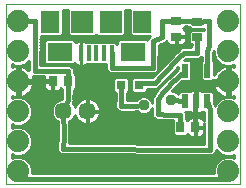
<source format=gtl>
G75*
%MOIN*%
%OFA0B0*%
%FSLAX24Y24*%
%IPPOS*%
%LPD*%
%AMOC8*
5,1,8,0,0,1.08239X$1,22.5*
%
%ADD10C,0.0000*%
%ADD11C,0.0740*%
%ADD12C,0.0570*%
%ADD13R,0.0315X0.0315*%
%ADD14R,0.0354X0.0276*%
%ADD15R,0.0217X0.0472*%
%ADD16R,0.0276X0.0354*%
%ADD17R,0.0827X0.0630*%
%ADD18R,0.0157X0.0531*%
%ADD19R,0.0748X0.0748*%
%ADD20R,0.0630X0.0748*%
%ADD21C,0.0100*%
%ADD22C,0.0160*%
%ADD23C,0.0376*%
D10*
X000973Y001410D02*
X000973Y007390D01*
X008782Y007398D01*
X008782Y001410D01*
X000973Y001410D01*
D11*
X001378Y001811D03*
X001378Y002811D03*
X001378Y003811D03*
X001378Y004811D03*
X001378Y005811D03*
X001378Y006811D03*
X008378Y006811D03*
X008378Y005811D03*
X008378Y004811D03*
X008378Y003811D03*
X008378Y002811D03*
X008378Y001811D03*
D12*
X003681Y003823D03*
X002894Y003823D03*
D13*
X004815Y004685D03*
X005406Y004685D03*
D14*
X006654Y006307D03*
X006654Y006819D03*
X007355Y006804D03*
X007355Y006292D03*
D15*
X007689Y005170D03*
X006941Y005170D03*
X006941Y004146D03*
X007315Y004146D03*
X007689Y004146D03*
D16*
X007292Y003288D03*
X006780Y003288D03*
X003048Y004815D03*
X002536Y004815D03*
D17*
X002768Y005804D03*
X005209Y005804D03*
D18*
X004500Y005754D03*
X004244Y005754D03*
X003989Y005754D03*
X003733Y005754D03*
X003477Y005754D03*
D19*
X003516Y006807D03*
X004461Y006807D03*
D20*
X005524Y006807D03*
X002453Y006807D03*
D21*
X002878Y006826D02*
X003032Y006826D01*
X003032Y006728D02*
X002878Y006728D01*
X002878Y006629D02*
X003032Y006629D01*
X003032Y006531D02*
X002878Y006531D01*
X002878Y006432D02*
X003032Y006432D01*
X003032Y006388D02*
X003097Y006323D01*
X003936Y006323D01*
X003989Y006376D01*
X004041Y006323D01*
X004881Y006323D01*
X004945Y006388D01*
X004945Y007194D01*
X005099Y007194D01*
X005099Y006388D01*
X005163Y006323D01*
X005780Y006323D01*
X005770Y006314D01*
X005729Y006295D01*
X005716Y006261D01*
X005690Y006236D01*
X005689Y006207D01*
X005668Y006229D01*
X004750Y006229D01*
X004686Y006164D01*
X004686Y006069D01*
X004625Y006130D01*
X004376Y006130D01*
X004372Y006126D01*
X004369Y006130D01*
X004120Y006130D01*
X004117Y006126D01*
X004113Y006130D01*
X003864Y006130D01*
X003861Y006126D01*
X003857Y006130D01*
X003658Y006130D01*
X003648Y006140D01*
X003613Y006160D01*
X003575Y006170D01*
X003477Y006170D01*
X003477Y005754D01*
X003477Y005339D01*
X003575Y005339D01*
X003613Y005349D01*
X004314Y005349D01*
X004313Y005379D02*
X004314Y005271D01*
X004314Y005193D01*
X004315Y005193D01*
X004315Y005192D01*
X004371Y005137D01*
X004426Y005082D01*
X004427Y005082D01*
X004427Y005081D01*
X004505Y005082D01*
X005861Y005082D01*
X005938Y005081D01*
X005939Y005082D01*
X005941Y005082D01*
X005996Y005137D01*
X006051Y005190D01*
X006051Y005192D01*
X006053Y005193D01*
X006053Y005270D01*
X006066Y006030D01*
X006235Y006106D01*
X006275Y006107D01*
X006304Y006137D01*
X006330Y006137D01*
X006327Y006148D02*
X006337Y006112D01*
X006357Y006078D01*
X006385Y006050D01*
X006419Y006030D01*
X006457Y006020D01*
X006635Y006020D01*
X006635Y006289D01*
X006673Y006289D01*
X006673Y006326D01*
X006981Y006326D01*
X006981Y006465D01*
X006971Y006503D01*
X006951Y006537D01*
X006923Y006565D01*
X006890Y006585D01*
X006941Y006636D01*
X006941Y006645D01*
X006943Y006645D01*
X007068Y006635D01*
X007068Y006620D01*
X007132Y006556D01*
X007562Y006556D01*
X007562Y006540D01*
X007132Y006540D01*
X007068Y006475D01*
X007068Y006108D01*
X007132Y006044D01*
X007161Y006044D01*
X007160Y005946D01*
X006899Y005946D01*
X006822Y005947D01*
X006821Y005946D01*
X006819Y005946D01*
X006765Y005892D01*
X006677Y005806D01*
X006672Y005806D01*
X006621Y005752D01*
X006567Y005700D01*
X006567Y005695D01*
X006053Y005149D01*
X005856Y004954D01*
X005475Y004954D01*
X005471Y004958D01*
X005397Y004954D01*
X005323Y004954D01*
X005322Y004953D01*
X005203Y004953D01*
X005138Y004888D01*
X005138Y004482D01*
X005203Y004418D01*
X005609Y004418D01*
X005673Y004482D01*
X005673Y004574D01*
X005933Y004574D01*
X006011Y004574D01*
X006012Y004574D01*
X006067Y004629D01*
X006270Y004828D01*
X006274Y004829D01*
X006325Y004883D01*
X006379Y004936D01*
X006379Y004940D01*
X006723Y005306D01*
X006723Y005228D01*
X006404Y004940D01*
X006395Y004939D01*
X006347Y004888D01*
X006295Y004840D01*
X006294Y004831D01*
X006241Y004773D01*
X006119Y004648D01*
X006100Y004645D01*
X006065Y004594D01*
X006022Y004549D01*
X006022Y004530D01*
X005896Y004346D01*
X005853Y004302D01*
X005853Y004283D01*
X005842Y004267D01*
X005854Y004206D01*
X005855Y004101D01*
X005820Y004185D01*
X005736Y004269D01*
X005627Y004314D01*
X005508Y004314D01*
X005398Y004269D01*
X005323Y004193D01*
X005205Y004187D01*
X005010Y004188D01*
X005009Y004236D01*
X005011Y004312D01*
X005009Y004314D01*
X005008Y004418D01*
X005018Y004418D01*
X005083Y004482D01*
X005083Y004888D01*
X005018Y004953D01*
X004612Y004953D01*
X004548Y004888D01*
X004548Y004482D01*
X004612Y004418D01*
X004628Y004418D01*
X004629Y004237D01*
X004627Y004082D01*
X004626Y004081D01*
X004625Y004003D01*
X004624Y003925D01*
X004625Y003924D01*
X004625Y003924D01*
X004679Y003868D01*
X004733Y003812D01*
X004734Y003812D01*
X004735Y003811D01*
X004813Y003810D01*
X004891Y003809D01*
X004891Y003810D01*
X005136Y003807D01*
X005141Y003802D01*
X005213Y003806D01*
X005286Y003806D01*
X005291Y003811D01*
X005348Y003814D01*
X005398Y003763D01*
X005508Y003718D01*
X005627Y003718D01*
X005736Y003763D01*
X005820Y003847D01*
X005856Y003934D01*
X005858Y003723D01*
X005855Y003649D01*
X005858Y003645D01*
X005858Y003641D01*
X005911Y003588D01*
X005962Y003534D01*
X005967Y003534D01*
X005970Y003530D01*
X006045Y003531D01*
X006305Y003522D01*
X006308Y003519D01*
X006383Y003519D01*
X006458Y003516D01*
X006461Y003519D01*
X006541Y003519D01*
X006532Y003511D01*
X006532Y003065D01*
X006597Y003001D01*
X006963Y003001D01*
X007015Y003052D01*
X007034Y003019D01*
X007062Y002991D01*
X007096Y002971D01*
X007134Y002961D01*
X007273Y002961D01*
X007273Y003269D01*
X007311Y003269D01*
X007311Y003307D01*
X007580Y003307D01*
X007580Y003430D01*
X007588Y002731D01*
X003071Y002764D01*
X003082Y002916D01*
X003088Y002923D01*
X003088Y002994D01*
X003093Y003065D01*
X003088Y003071D01*
X003086Y003475D01*
X003118Y003488D01*
X003229Y003599D01*
X003267Y003691D01*
X003278Y003656D01*
X003309Y003595D01*
X003350Y003540D01*
X003398Y003491D01*
X003454Y003451D01*
X003515Y003420D01*
X003580Y003399D01*
X003647Y003388D01*
X003663Y003388D01*
X003663Y003804D01*
X003700Y003804D01*
X003700Y003388D01*
X003716Y003388D01*
X003783Y003399D01*
X003848Y003420D01*
X003909Y003451D01*
X003965Y003491D01*
X004013Y003540D01*
X004054Y003595D01*
X004085Y003656D01*
X004106Y003721D01*
X004116Y003789D01*
X004116Y003804D01*
X003700Y003804D01*
X003700Y003842D01*
X003663Y003842D01*
X003663Y004258D01*
X003647Y004258D01*
X003580Y004248D01*
X003515Y004226D01*
X003454Y004195D01*
X003398Y004155D01*
X003350Y004107D01*
X003309Y004051D01*
X003278Y003990D01*
X003267Y003955D01*
X003229Y004047D01*
X003200Y004076D01*
X003224Y004099D01*
X003225Y004144D01*
X003241Y004185D01*
X003227Y004219D01*
X003232Y004530D01*
X003295Y004593D01*
X003295Y005038D01*
X003235Y005099D01*
X003234Y005176D01*
X003233Y005254D01*
X003232Y005255D01*
X003176Y005310D01*
X003120Y005364D01*
X003119Y005365D01*
X003041Y005364D01*
X002963Y005363D01*
X002963Y005362D01*
X002527Y005356D01*
X002121Y005358D01*
X002128Y006323D01*
X002814Y006323D01*
X002878Y006388D01*
X002878Y007192D01*
X003032Y007192D01*
X003032Y006388D01*
X003086Y006334D02*
X002824Y006334D01*
X003227Y006229D02*
X002309Y006229D01*
X002245Y006164D01*
X002245Y005443D01*
X002309Y005379D01*
X003227Y005379D01*
X003266Y005417D01*
X003278Y005396D01*
X003306Y005369D01*
X003340Y005349D01*
X003378Y005339D01*
X003477Y005339D01*
X003477Y005754D01*
X003477Y005754D01*
X003477Y005754D01*
X003477Y006170D01*
X003378Y006170D01*
X003340Y006160D01*
X003306Y006140D01*
X003291Y006126D01*
X003291Y006164D01*
X003227Y006229D01*
X003291Y006137D02*
X003303Y006137D01*
X003477Y006137D02*
X003477Y006137D01*
X003477Y006038D02*
X003477Y006038D01*
X003477Y005940D02*
X003477Y005940D01*
X003477Y005841D02*
X003477Y005841D01*
X003477Y005743D02*
X003477Y005743D01*
X003477Y005644D02*
X003477Y005644D01*
X003477Y005546D02*
X003477Y005546D01*
X003477Y005447D02*
X003477Y005447D01*
X003477Y005349D02*
X003477Y005349D01*
X003613Y005349D02*
X003648Y005369D01*
X003658Y005379D01*
X003857Y005379D01*
X003861Y005382D01*
X003864Y005379D01*
X004113Y005379D01*
X004117Y005382D01*
X004120Y005379D01*
X004313Y005379D01*
X004314Y005250D02*
X003233Y005250D01*
X003232Y005255D02*
X003232Y005255D01*
X003136Y005349D02*
X003341Y005349D01*
X003120Y005364D02*
X003120Y005364D01*
X003234Y005152D02*
X004356Y005152D01*
X004548Y004856D02*
X003295Y004856D01*
X003295Y004758D02*
X004548Y004758D01*
X004548Y004659D02*
X003295Y004659D01*
X003263Y004561D02*
X004548Y004561D01*
X004568Y004462D02*
X003231Y004462D01*
X003229Y004364D02*
X004628Y004364D01*
X004629Y004265D02*
X003227Y004265D01*
X003234Y004167D02*
X003414Y004167D01*
X003322Y004068D02*
X003208Y004068D01*
X003261Y003970D02*
X003272Y003970D01*
X003260Y003674D02*
X003273Y003674D01*
X003324Y003576D02*
X003205Y003576D01*
X003091Y003477D02*
X003418Y003477D01*
X003663Y003477D02*
X003700Y003477D01*
X003700Y003576D02*
X003663Y003576D01*
X003663Y003674D02*
X003700Y003674D01*
X003700Y003773D02*
X003663Y003773D01*
X003700Y003842D02*
X004116Y003842D01*
X004116Y003857D01*
X004106Y003925D01*
X004085Y003990D01*
X004054Y004051D01*
X004013Y004107D01*
X003965Y004155D01*
X003909Y004195D01*
X003848Y004226D01*
X003783Y004248D01*
X003716Y004258D01*
X003700Y004258D01*
X003700Y003842D01*
X003700Y003871D02*
X003663Y003871D01*
X003663Y003970D02*
X003700Y003970D01*
X003700Y004068D02*
X003663Y004068D01*
X003663Y004167D02*
X003700Y004167D01*
X003949Y004167D02*
X004628Y004167D01*
X004626Y004068D02*
X004041Y004068D01*
X004091Y003970D02*
X004625Y003970D01*
X004676Y003871D02*
X004114Y003871D01*
X004114Y003773D02*
X005389Y003773D01*
X005745Y003773D02*
X005857Y003773D01*
X005856Y003871D02*
X005830Y003871D01*
X005856Y003674D02*
X004090Y003674D01*
X004039Y003576D02*
X005923Y003576D01*
X006532Y003477D02*
X003945Y003477D01*
X003086Y003379D02*
X006532Y003379D01*
X006532Y003280D02*
X003087Y003280D01*
X003087Y003182D02*
X006532Y003182D01*
X006532Y003083D02*
X003088Y003083D01*
X003088Y002985D02*
X007072Y002985D01*
X007273Y002985D02*
X007311Y002985D01*
X007311Y002961D02*
X007449Y002961D01*
X007487Y002971D01*
X007522Y002991D01*
X007550Y003019D01*
X007569Y003053D01*
X007580Y003091D01*
X007580Y003269D01*
X007311Y003269D01*
X007311Y002961D01*
X007311Y003083D02*
X007273Y003083D01*
X007273Y003182D02*
X007311Y003182D01*
X007311Y003280D02*
X007581Y003280D01*
X007580Y003182D02*
X007582Y003182D01*
X007577Y003083D02*
X007584Y003083D01*
X007585Y002985D02*
X007511Y002985D01*
X007586Y002886D02*
X003080Y002886D01*
X003073Y002788D02*
X007587Y002788D01*
X007970Y002543D02*
X007971Y002540D01*
X008106Y002404D01*
X008283Y002331D01*
X008474Y002331D01*
X008582Y002376D01*
X008582Y002247D01*
X008474Y002291D01*
X008283Y002291D01*
X008106Y002218D01*
X007971Y002083D01*
X007898Y001907D01*
X007898Y001746D01*
X001858Y001746D01*
X001858Y001907D01*
X001785Y002083D01*
X001650Y002218D01*
X001474Y002291D01*
X001283Y002291D01*
X001173Y002246D01*
X001173Y002377D01*
X001283Y002331D01*
X001474Y002331D01*
X001650Y002404D01*
X001785Y002540D01*
X001858Y002716D01*
X001858Y002907D01*
X001785Y003083D01*
X002708Y003083D01*
X002708Y003007D02*
X002682Y002660D01*
X002677Y002655D01*
X002677Y002583D01*
X002671Y002511D01*
X002676Y002505D01*
X002676Y002498D01*
X002727Y002446D01*
X002774Y002392D01*
X002781Y002391D01*
X002786Y002386D01*
X002859Y002385D01*
X002931Y002380D01*
X002937Y002385D01*
X007702Y002350D01*
X007703Y002349D01*
X007780Y002350D01*
X007857Y002349D01*
X007859Y002351D01*
X007861Y002351D01*
X007915Y002406D01*
X007969Y002460D01*
X007969Y002462D01*
X007971Y002463D01*
X007970Y002540D01*
X007970Y002543D01*
X007970Y002492D02*
X008019Y002492D01*
X008133Y002394D02*
X007903Y002394D01*
X008085Y002197D02*
X001672Y002197D01*
X001770Y002098D02*
X007986Y002098D01*
X007937Y002000D02*
X001820Y002000D01*
X001858Y001901D02*
X007898Y001901D01*
X007898Y001803D02*
X001858Y001803D01*
X001624Y002394D02*
X002772Y002394D01*
X002682Y002492D02*
X001738Y002492D01*
X001806Y002591D02*
X002677Y002591D01*
X002684Y002689D02*
X001847Y002689D01*
X001858Y002788D02*
X002692Y002788D01*
X002699Y002886D02*
X001858Y002886D01*
X001826Y002985D02*
X002706Y002985D01*
X002708Y003007D02*
X002706Y003474D01*
X002670Y003488D01*
X002559Y003599D01*
X002499Y003745D01*
X002499Y003902D01*
X002559Y004047D01*
X002670Y004158D01*
X002816Y004218D01*
X002846Y004218D01*
X002847Y004219D01*
X002852Y004540D01*
X002813Y004580D01*
X002794Y004546D01*
X002766Y004518D01*
X002732Y004498D01*
X002693Y004488D01*
X002555Y004488D01*
X002555Y004796D01*
X002517Y004796D01*
X002517Y004488D01*
X002378Y004488D01*
X002340Y004498D01*
X002306Y004518D01*
X002278Y004546D01*
X002258Y004580D01*
X002248Y004618D01*
X002248Y004796D01*
X002517Y004796D01*
X002517Y004834D01*
X002248Y004834D01*
X002248Y004978D01*
X002007Y004979D01*
X002007Y004979D01*
X001928Y004980D01*
X001870Y004980D01*
X001886Y004933D01*
X001897Y004861D01*
X001428Y004861D01*
X001328Y004861D01*
X001328Y005330D01*
X001257Y005319D01*
X001179Y005293D01*
X001173Y005290D01*
X001173Y005377D01*
X001283Y005331D01*
X001474Y005331D01*
X001650Y005404D01*
X001742Y005496D01*
X001740Y005250D01*
X001659Y005250D01*
X001651Y005256D02*
X001578Y005293D01*
X001500Y005319D01*
X001428Y005330D01*
X001428Y004861D01*
X001428Y004761D01*
X001428Y004293D01*
X001500Y004304D01*
X001578Y004330D01*
X001651Y004367D01*
X001717Y004415D01*
X001775Y004473D01*
X001823Y004539D01*
X001860Y004612D01*
X001886Y004690D01*
X001897Y004761D01*
X001428Y004761D01*
X001328Y004761D01*
X001328Y004293D01*
X001257Y004304D01*
X001179Y004330D01*
X001173Y004333D01*
X001173Y004246D01*
X001283Y004291D01*
X001474Y004291D01*
X001650Y004218D01*
X001785Y004083D01*
X001858Y003907D01*
X001858Y003716D01*
X001785Y003540D01*
X001650Y003404D01*
X001474Y003331D01*
X001283Y003331D01*
X001173Y003377D01*
X001173Y003246D01*
X001283Y003291D01*
X001474Y003291D01*
X001650Y003218D01*
X001785Y003083D01*
X001687Y003182D02*
X002707Y003182D01*
X002707Y003280D02*
X001501Y003280D01*
X001588Y003379D02*
X002706Y003379D01*
X002697Y003477D02*
X001723Y003477D01*
X001800Y003576D02*
X002583Y003576D01*
X002528Y003674D02*
X001841Y003674D01*
X001858Y003773D02*
X002499Y003773D01*
X002499Y003871D02*
X001858Y003871D01*
X001832Y003970D02*
X002527Y003970D01*
X002580Y004068D02*
X001792Y004068D01*
X001702Y004167D02*
X002691Y004167D01*
X002847Y004265D02*
X001537Y004265D01*
X001645Y004364D02*
X002849Y004364D01*
X002851Y004462D02*
X001765Y004462D01*
X001834Y004561D02*
X002270Y004561D01*
X002248Y004659D02*
X001876Y004659D01*
X001896Y004758D02*
X002248Y004758D01*
X002248Y004856D02*
X001428Y004856D01*
X001428Y004758D02*
X001328Y004758D01*
X001328Y004659D02*
X001428Y004659D01*
X001428Y004561D02*
X001328Y004561D01*
X001328Y004462D02*
X001428Y004462D01*
X001428Y004364D02*
X001328Y004364D01*
X001220Y004265D02*
X001173Y004265D01*
X001328Y004955D02*
X001428Y004955D01*
X001428Y005053D02*
X001328Y005053D01*
X001328Y005152D02*
X001428Y005152D01*
X001428Y005250D02*
X001328Y005250D01*
X001241Y005349D02*
X001173Y005349D01*
X001516Y005349D02*
X001741Y005349D01*
X001741Y005447D02*
X001693Y005447D01*
X001651Y005256D02*
X001717Y005208D01*
X001740Y005186D01*
X001740Y005250D01*
X001740Y005250D01*
X002121Y005447D02*
X002245Y005447D01*
X002245Y005546D02*
X002122Y005546D01*
X002123Y005644D02*
X002245Y005644D01*
X002245Y005743D02*
X002124Y005743D01*
X002124Y005841D02*
X002245Y005841D01*
X002245Y005940D02*
X002125Y005940D01*
X002126Y006038D02*
X002245Y006038D01*
X002245Y006137D02*
X002126Y006137D01*
X002127Y006235D02*
X005690Y006235D01*
X006084Y006038D02*
X006405Y006038D01*
X006327Y006148D02*
X006304Y006137D01*
X006065Y005940D02*
X006813Y005940D01*
X006851Y006020D02*
X006889Y006030D01*
X006923Y006050D01*
X006951Y006078D01*
X006971Y006112D01*
X006981Y006150D01*
X006981Y006289D01*
X006673Y006289D01*
X006673Y006020D01*
X006851Y006020D01*
X006903Y006038D02*
X007161Y006038D01*
X007068Y006137D02*
X006978Y006137D01*
X006981Y006235D02*
X007068Y006235D01*
X007068Y006334D02*
X006981Y006334D01*
X006981Y006432D02*
X007068Y006432D01*
X007123Y006531D02*
X006955Y006531D01*
X006934Y006629D02*
X007068Y006629D01*
X006673Y006235D02*
X006635Y006235D01*
X006635Y006137D02*
X006673Y006137D01*
X006673Y006038D02*
X006635Y006038D01*
X006713Y005841D02*
X006063Y005841D01*
X006061Y005743D02*
X006611Y005743D01*
X006520Y005644D02*
X006059Y005644D01*
X006058Y005546D02*
X006427Y005546D01*
X006334Y005447D02*
X006056Y005447D01*
X006054Y005349D02*
X006241Y005349D01*
X006149Y005250D02*
X006053Y005250D01*
X006056Y005152D02*
X006011Y005152D01*
X005956Y005053D02*
X003280Y005053D01*
X003295Y004955D02*
X005408Y004955D01*
X005475Y004955D02*
X005856Y004955D01*
X006098Y004659D02*
X006129Y004659D01*
X006198Y004758D02*
X006226Y004758D01*
X006300Y004856D02*
X006312Y004856D01*
X006392Y004955D02*
X006421Y004955D01*
X006485Y005053D02*
X006530Y005053D01*
X006578Y005152D02*
X006638Y005152D01*
X006671Y005250D02*
X006723Y005250D01*
X006923Y005516D02*
X006975Y005566D01*
X007345Y005566D01*
X007423Y005565D01*
X007424Y005566D01*
X007426Y005566D01*
X007480Y005621D01*
X007499Y005640D01*
X007499Y005480D01*
X007471Y005452D01*
X007471Y004888D01*
X007536Y004824D01*
X007843Y004824D01*
X007881Y004861D01*
X008328Y004861D01*
X008328Y004761D01*
X008428Y004761D01*
X008428Y004293D01*
X008500Y004304D01*
X008578Y004330D01*
X008582Y004332D01*
X008582Y004247D01*
X008474Y004291D01*
X008283Y004291D01*
X008106Y004218D01*
X007971Y004083D01*
X007933Y003991D01*
X007933Y003991D01*
X007908Y004077D01*
X007908Y004428D01*
X007843Y004492D01*
X007536Y004492D01*
X007531Y004487D01*
X007516Y004502D01*
X007482Y004522D01*
X007443Y004532D01*
X007319Y004532D01*
X007319Y004150D01*
X007311Y004150D01*
X007311Y004532D01*
X007187Y004532D01*
X007149Y004522D01*
X007115Y004502D01*
X007100Y004487D01*
X007095Y004492D01*
X006788Y004492D01*
X006723Y004428D01*
X006723Y004388D01*
X006661Y004450D01*
X006552Y004495D01*
X006501Y004495D01*
X006516Y004511D01*
X006569Y004566D01*
X006569Y004569D01*
X006614Y004617D01*
X006842Y004824D01*
X007095Y004824D01*
X007160Y004888D01*
X007160Y005452D01*
X007095Y005516D01*
X006923Y005516D01*
X006954Y005546D02*
X007499Y005546D01*
X007471Y005447D02*
X007160Y005447D01*
X007160Y005349D02*
X007471Y005349D01*
X007471Y005250D02*
X007160Y005250D01*
X007160Y005152D02*
X007471Y005152D01*
X007471Y005053D02*
X007160Y005053D01*
X007160Y004955D02*
X007471Y004955D01*
X007503Y004856D02*
X007128Y004856D01*
X006770Y004758D02*
X007860Y004758D01*
X007860Y004761D02*
X007871Y004690D01*
X007896Y004612D01*
X007934Y004539D01*
X007982Y004473D01*
X008040Y004415D01*
X008106Y004367D01*
X008179Y004330D01*
X008257Y004304D01*
X008328Y004293D01*
X008328Y004761D01*
X007860Y004761D01*
X007876Y004856D02*
X008328Y004856D01*
X008328Y004861D02*
X008328Y005330D01*
X008257Y005319D01*
X008179Y005293D01*
X008106Y005256D01*
X008040Y005208D01*
X007982Y005150D01*
X007934Y005084D01*
X007908Y005033D01*
X007908Y005452D01*
X007879Y005480D01*
X007879Y005780D01*
X007898Y005830D01*
X007898Y005716D01*
X007971Y005540D01*
X008106Y005404D01*
X008283Y005331D01*
X008474Y005331D01*
X008582Y005376D01*
X008582Y005291D01*
X008578Y005293D01*
X008500Y005319D01*
X008428Y005330D01*
X008428Y004861D01*
X008328Y004861D01*
X008328Y004955D02*
X008428Y004955D01*
X008428Y005053D02*
X008328Y005053D01*
X008328Y005152D02*
X008428Y005152D01*
X008428Y005250D02*
X008328Y005250D01*
X008241Y005349D02*
X007908Y005349D01*
X007908Y005447D02*
X008064Y005447D01*
X007969Y005546D02*
X007879Y005546D01*
X007879Y005644D02*
X007928Y005644D01*
X007898Y005743D02*
X007879Y005743D01*
X007908Y005250D02*
X008098Y005250D01*
X007983Y005152D02*
X007908Y005152D01*
X007908Y005053D02*
X007918Y005053D01*
X007881Y004659D02*
X006661Y004659D01*
X006564Y004561D02*
X007922Y004561D01*
X007873Y004462D02*
X007992Y004462D01*
X007908Y004364D02*
X008112Y004364D01*
X008220Y004265D02*
X007908Y004265D01*
X007908Y004167D02*
X008055Y004167D01*
X007965Y004068D02*
X007910Y004068D01*
X007575Y003800D02*
X007579Y003487D01*
X007569Y003523D01*
X007550Y003557D01*
X007522Y003585D01*
X007487Y003605D01*
X007449Y003615D01*
X007311Y003615D01*
X007311Y003307D01*
X007273Y003307D01*
X007273Y003615D01*
X007134Y003615D01*
X007096Y003605D01*
X007062Y003585D01*
X007034Y003557D01*
X007015Y003524D01*
X006967Y003571D01*
X006966Y003710D01*
X006966Y003788D01*
X006965Y003788D01*
X006965Y003790D01*
X006955Y003800D01*
X007095Y003800D01*
X007100Y003805D01*
X007115Y003790D01*
X007149Y003770D01*
X007187Y003760D01*
X007311Y003760D01*
X007311Y004142D01*
X007319Y004142D01*
X007319Y003760D01*
X007443Y003760D01*
X007482Y003770D01*
X007516Y003790D01*
X007531Y003805D01*
X007536Y003800D01*
X007575Y003800D01*
X007576Y003773D02*
X007486Y003773D01*
X007577Y003674D02*
X006966Y003674D01*
X006966Y003773D02*
X007145Y003773D01*
X007311Y003773D02*
X007319Y003773D01*
X007311Y003871D02*
X007319Y003871D01*
X007311Y003970D02*
X007319Y003970D01*
X007311Y004068D02*
X007319Y004068D01*
X007311Y004167D02*
X007319Y004167D01*
X007311Y004265D02*
X007319Y004265D01*
X007311Y004364D02*
X007319Y004364D01*
X007311Y004462D02*
X007319Y004462D01*
X006757Y004462D02*
X006632Y004462D01*
X006033Y004561D02*
X005673Y004561D01*
X005653Y004462D02*
X005976Y004462D01*
X006011Y004574D02*
X006011Y004574D01*
X005908Y004364D02*
X005008Y004364D01*
X005010Y004265D02*
X005395Y004265D01*
X005159Y004462D02*
X005063Y004462D01*
X005083Y004561D02*
X005138Y004561D01*
X005138Y004659D02*
X005083Y004659D01*
X005083Y004758D02*
X005138Y004758D01*
X005138Y004856D02*
X005083Y004856D01*
X005740Y004265D02*
X005843Y004265D01*
X005854Y004167D02*
X005828Y004167D01*
X006967Y003576D02*
X007053Y003576D01*
X007273Y003576D02*
X007311Y003576D01*
X007311Y003477D02*
X007273Y003477D01*
X007273Y003379D02*
X007311Y003379D01*
X007580Y003379D02*
X007580Y003379D01*
X007578Y003576D02*
X007531Y003576D01*
X008328Y004364D02*
X008428Y004364D01*
X008537Y004265D02*
X008582Y004265D01*
X008428Y004462D02*
X008328Y004462D01*
X008328Y004561D02*
X008428Y004561D01*
X008428Y004659D02*
X008328Y004659D01*
X008328Y004758D02*
X008428Y004758D01*
X008516Y005349D02*
X008582Y005349D01*
X005153Y006334D02*
X004891Y006334D01*
X004945Y006432D02*
X005099Y006432D01*
X005099Y006531D02*
X004945Y006531D01*
X004945Y006629D02*
X005099Y006629D01*
X005099Y006728D02*
X004945Y006728D01*
X004945Y006826D02*
X005099Y006826D01*
X005099Y006925D02*
X004945Y006925D01*
X004945Y007023D02*
X005099Y007023D01*
X005099Y007122D02*
X004945Y007122D01*
X004031Y006334D02*
X003946Y006334D01*
X003651Y006137D02*
X004686Y006137D01*
X003032Y006925D02*
X002878Y006925D01*
X002878Y007023D02*
X003032Y007023D01*
X003032Y007122D02*
X002878Y007122D01*
X002248Y004955D02*
X001879Y004955D01*
X002517Y004758D02*
X002555Y004758D01*
X002555Y004659D02*
X002517Y004659D01*
X002517Y004561D02*
X002555Y004561D01*
X002802Y004561D02*
X002832Y004561D01*
X001256Y003280D02*
X001173Y003280D01*
X001173Y002295D02*
X008582Y002295D01*
D22*
X008378Y001811D02*
X008378Y001556D01*
X001343Y001556D01*
X001343Y001811D01*
X001378Y001811D01*
X002867Y002575D02*
X002898Y003000D01*
X002894Y003823D01*
X003036Y004181D01*
X003048Y004815D01*
X003044Y005174D01*
X002528Y005166D01*
X001930Y005170D01*
X001941Y006839D01*
X001378Y006811D01*
X001382Y004815D02*
X001378Y004811D01*
X001382Y004815D02*
X002536Y004815D01*
X004504Y005272D02*
X005863Y005272D01*
X005878Y006154D01*
X006193Y006296D01*
X006185Y006815D01*
X006654Y006819D01*
X006945Y006835D01*
X007355Y006804D01*
X007752Y006819D01*
X007752Y005981D01*
X007689Y005815D01*
X007689Y005170D01*
X007347Y005756D02*
X007355Y006292D01*
X007347Y005756D02*
X006898Y005756D01*
X006756Y005619D01*
X006189Y005016D01*
X005933Y004764D01*
X005402Y004764D01*
X005406Y004685D01*
X004815Y004685D02*
X004819Y004237D01*
X004815Y004000D01*
X005209Y003996D01*
X005567Y004016D01*
X006044Y004225D02*
X006048Y003721D01*
X006386Y003709D01*
X006776Y003709D01*
X006780Y003288D01*
X007292Y003288D02*
X007292Y004264D01*
X007315Y004146D01*
X007315Y004571D01*
X008378Y004811D01*
X007689Y004146D02*
X007764Y003890D01*
X007780Y002540D01*
X002867Y002575D01*
X004504Y005272D02*
X004500Y005754D01*
X006213Y004473D02*
X006044Y004225D01*
X006213Y004473D02*
X006378Y004642D01*
X006481Y004752D01*
X006941Y005170D01*
X006941Y004146D02*
X006493Y004197D01*
D23*
X006493Y004197D03*
X005567Y004016D03*
M02*

</source>
